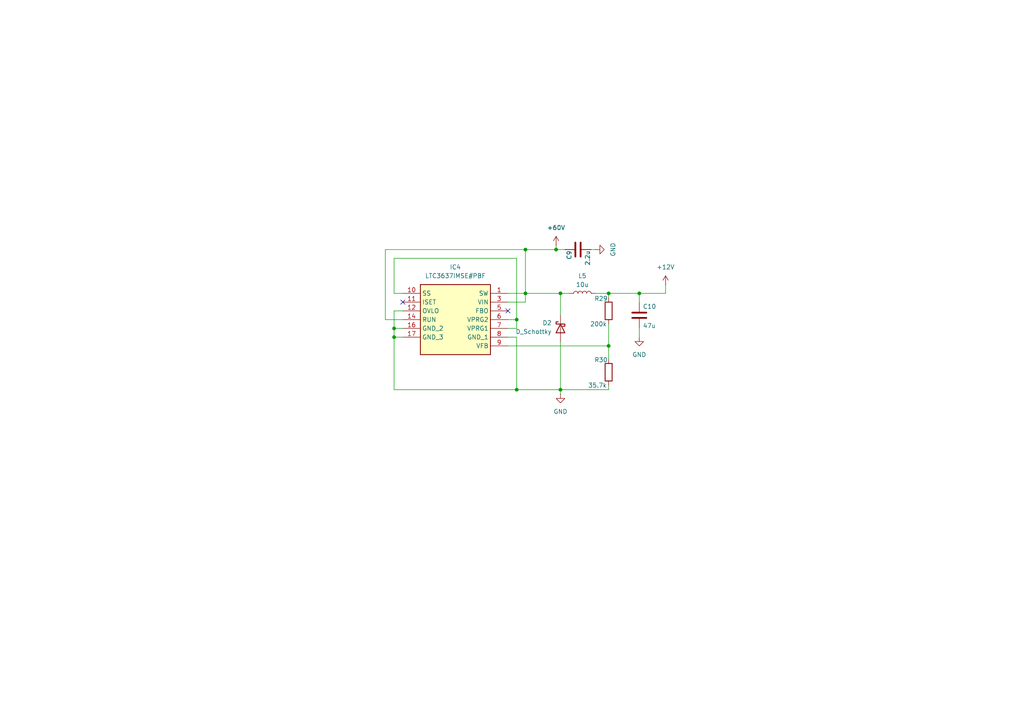
<source format=kicad_sch>
(kicad_sch (version 20231120) (generator "eeschema") (generator_version "8.0")
  (paper "A4")
  (lib_symbols
    (symbol "Device:C" (pin_numbers hide) (pin_names (offset 0.254))
      (property "Reference" "C" (at 0.635 2.54 0))
      (property "Value" "C" (at 0.635 -2.54 0))
      (symbol "C_0_1"
        (polyline (pts (xy -2.032 -0.762) (xy 2.032 -0.762)) (stroke (width 0.508)))
        (polyline (pts (xy -2.032 0.762) (xy 2.032 0.762)) (stroke (width 0.508)))
      )
      (symbol "C_1_1"
        (pin passive line (at 0 3.81 270) (length 2.794) (name "~") (number "1"))
        (pin passive line (at 0 -3.81 90) (length 2.794) (name "~") (number "2"))
      )
    )
    (symbol "Device:D_Schottky" (pin_numbers hide) (pin_names (offset 1.016) hide)
      (property "Reference" "D" (at 0 2.54 0))
      (property "Value" "D_Schottky" (at 0 -2.54 0))
      (symbol "D_Schottky_0_1"
        (polyline (pts (xy 1.27 0) (xy -1.27 0)))
        (polyline (pts (xy 1.27 1.27) (xy 1.27 -1.27) (xy -1.27 0) (xy 1.27 1.27)) (stroke (width 0.254)))
        (polyline (pts (xy -1.905 0.635) (xy -1.905 1.27) (xy -1.27 1.27) (xy -1.27 -1.27) (xy -0.635 -1.27) (xy -0.635 -0.635)) (stroke (width 0.254)))
      )
      (symbol "D_Schottky_1_1"
        (pin passive line (at -3.81 0 0) (length 2.54) (name "K") (number "1"))
        (pin passive line (at 3.81 0 180) (length 2.54) (name "A") (number "2"))
      )
    )
    (symbol "Device:L" (pin_numbers hide) (pin_names (offset 1.016) hide)
      (property "Reference" "L" (at -1.27 0 90))
      (property "Value" "L" (at 1.905 0 90))
      (symbol "L_0_1"
        (arc (start 0 -2.54) (mid 0.6323 -1.905) (end 0 -1.27))
        (arc (start 0 -1.27) (mid 0.6323 -0.635) (end 0 0))
        (arc (start 0 0) (mid 0.6323 0.635) (end 0 1.27))
        (arc (start 0 1.27) (mid 0.6323 1.905) (end 0 2.54))
      )
      (symbol "L_1_1"
        (pin passive line (at 0 3.81 270) (length 1.27) (name "1") (number "1"))
        (pin passive line (at 0 -3.81 90) (length 1.27) (name "2") (number "2"))
      )
    )
    (symbol "Device:R" (pin_numbers hide) (pin_names (offset 0))
      (property "Reference" "R" (at 2.032 0 90))
      (property "Value" "R" (at 0 0 90))
      (symbol "R_0_1"
        (rectangle (start -1.016 -2.54) (end 1.016 2.54) (stroke (width 0.254)))
      )
      (symbol "R_1_1"
        (pin passive line (at 0 3.81 270) (length 1.27) (name "~") (number "1"))
        (pin passive line (at 0 -3.81 90) (length 1.27) (name "~") (number "2"))
      )
    )
    (symbol "LTC3637IMSE#PBF:LTC3637IMSE#PBF"
      (property "Reference" "IC" (at 26.67 7.62 0))
      (property "Value" "LTC3637IMSE#PBF" (at 26.67 5.08 0))
      (symbol "LTC3637IMSE#PBF_1_1"
        (rectangle (start 5.08 2.54) (end 25.4 -17.78) (stroke (width 0.254)) (fill (type background)))
        (pin passive line (at 0 0 0) (length 5.08) (name "SW") (number "1"))
        (pin passive line (at 30.48 0 180) (length 5.08) (name "SS") (number "10"))
        (pin passive line (at 30.48 -2.54 180) (length 5.08) (name "ISET") (number "11"))
        (pin passive line (at 30.48 -5.08 180) (length 5.08) (name "OVLO") (number "12"))
        (pin passive line (at 30.48 -7.62 180) (length 5.08) (name "RUN") (number "14"))
        (pin passive line (at 30.48 -10.16 180) (length 5.08) (name "GND_2") (number "16"))
        (pin passive line (at 30.48 -12.7 180) (length 5.08) (name "GND_3") (number "17"))
        (pin passive line (at 0 -2.54 0) (length 5.08) (name "VIN") (number "3"))
        (pin passive line (at 0 -5.08 0) (length 5.08) (name "FBO") (number "5"))
        (pin passive line (at 0 -7.62 0) (length 5.08) (name "VPRG2") (number "6"))
        (pin passive line (at 0 -10.16 0) (length 5.08) (name "VPRG1") (number "7"))
        (pin passive line (at 0 -12.7 0) (length 5.08) (name "GND_1") (number "8"))
        (pin passive line (at 0 -15.24 0) (length 5.08) (name "VFB") (number "9"))
      )
    )
    (symbol "power:+12V" (power) (pin_numbers hide) (pin_names (offset 0) hide)
      (property "Value" "+12V" (at 0 3.556 0))
      (symbol "+12V_0_1"
        (polyline (pts (xy -0.762 1.27) (xy 0 2.54)))
        (polyline (pts (xy 0 0) (xy 0 2.54)))
        (polyline (pts (xy 0 2.54) (xy 0.762 1.27)))
      )
      (symbol "+12V_1_1"
        (pin power_in line (at 0 0 90) (length 0) (name "~") (number "1"))
      )
    )
    (symbol "power:+48V" (power) (pin_numbers hide) (pin_names (offset 0) hide)
      (property "Value" "+48V" (at 0 3.556 0))
      (symbol "+48V_0_1"
        (polyline (pts (xy -0.762 1.27) (xy 0 2.54)))
        (polyline (pts (xy 0 0) (xy 0 2.54)))
        (polyline (pts (xy 0 2.54) (xy 0.762 1.27)))
      )
      (symbol "+48V_1_1"
        (pin power_in line (at 0 0 90) (length 0) (name "~") (number "1"))
      )
    )
    (symbol "power:GND" (power) (pin_numbers hide) (pin_names (offset 0) hide)
      (property "Value" "GND" (at 0 -3.81 0))
      (symbol "GND_0_1"
        (polyline (pts (xy 0 0) (xy 0 -1.27) (xy 1.27 -1.27) (xy 0 -2.54) (xy -1.27 -1.27) (xy 0 -1.27)))
      )
      (symbol "GND_1_1"
        (pin power_in line (at 0 0 270) (length 0) (name "~") (number "1"))
      )
    )
  )
  (junction (at 149.86 92.71))
  (junction (at 149.86 113.03))
  (junction (at 114.3 95.25))
  (junction (at 114.3 97.79))
  (junction (at 162.56 113.03))
  (junction (at 152.4 72.39))
  (junction (at 162.56 85.09))
  (junction (at 176.53 100.33))
  (junction (at 152.4 85.09))
  (junction (at 161.29 72.39))
  (junction (at 176.53 85.09))
  (junction (at 185.42 85.09))
  (no_connect (at 116.84 87.63))
  (no_connect (at 147.32 90.17))
  (wire (pts (xy 176.53 93.98) (xy 176.53 100.33)))
  (wire (pts (xy 111.76 92.71) (xy 111.76 72.39)))
  (wire (pts (xy 176.53 85.09) (xy 176.53 86.36)))
  (wire (pts (xy 152.4 85.09) (xy 147.32 85.09)))
  (wire (pts (xy 116.84 95.25) (xy 114.3 95.25)))
  (wire (pts (xy 185.42 85.09) (xy 185.42 87.63)))
  (wire (pts (xy 171.45 72.39) (xy 172.72 72.39)))
  (wire (pts (xy 161.29 72.39) (xy 152.4 72.39)))
  (wire (pts (xy 147.32 97.79) (xy 149.86 97.79)))
  (wire (pts (xy 114.3 90.17) (xy 116.84 90.17)))
  (wire (pts (xy 162.56 113.03) (xy 149.86 113.03)))
  (wire (pts (xy 116.84 92.71) (xy 111.76 92.71)))
  (wire (pts (xy 147.32 100.33) (xy 176.53 100.33)))
  (wire (pts (xy 162.56 85.09) (xy 162.56 91.44)))
  (wire (pts (xy 149.86 92.71) (xy 149.86 95.25)))
  (wire (pts (xy 152.4 85.09) (xy 152.4 87.63)))
  (wire (pts (xy 114.3 95.25) (xy 114.3 90.17)))
  (wire (pts (xy 149.86 74.93) (xy 149.86 92.71)))
  (wire (pts (xy 176.53 85.09) (xy 172.72 85.09)))
  (wire (pts (xy 165.1 85.09) (xy 162.56 85.09)))
  (wire (pts (xy 162.56 85.09) (xy 152.4 85.09)))
  (wire (pts (xy 114.3 85.09) (xy 114.3 74.93)))
  (wire (pts (xy 185.42 95.25) (xy 185.42 97.79)))
  (wire (pts (xy 193.04 82.55) (xy 193.04 85.09)))
  (wire (pts (xy 176.53 113.03) (xy 162.56 113.03)))
  (wire (pts (xy 149.86 97.79) (xy 149.86 113.03)))
  (wire (pts (xy 149.86 113.03) (xy 114.3 113.03)))
  (wire (pts (xy 114.3 97.79) (xy 114.3 95.25)))
  (wire (pts (xy 176.53 85.09) (xy 185.42 85.09)))
  (wire (pts (xy 111.76 72.39) (xy 152.4 72.39)))
  (wire (pts (xy 152.4 87.63) (xy 147.32 87.63)))
  (wire (pts (xy 162.56 99.06) (xy 162.56 113.03)))
  (wire (pts (xy 114.3 74.93) (xy 149.86 74.93)))
  (wire (pts (xy 163.83 72.39) (xy 161.29 72.39)))
  (wire (pts (xy 161.29 71.12) (xy 161.29 72.39)))
  (wire (pts (xy 162.56 113.03) (xy 162.56 114.3)))
  (wire (pts (xy 185.42 85.09) (xy 193.04 85.09)))
  (wire (pts (xy 176.53 100.33) (xy 176.53 104.14)))
  (wire (pts (xy 116.84 85.09) (xy 114.3 85.09)))
  (wire (pts (xy 116.84 97.79) (xy 114.3 97.79)))
  (wire (pts (xy 114.3 113.03) (xy 114.3 97.79)))
  (wire (pts (xy 149.86 92.71) (xy 147.32 92.71)))
  (wire (pts (xy 152.4 72.39) (xy 152.4 85.09)))
  (wire (pts (xy 176.53 111.76) (xy 176.53 113.03)))
  (wire (pts (xy 149.86 95.25) (xy 147.32 95.25)))
  (symbol (lib_id "power:GND") (at 172.72 72.39 90) (mirror x) (unit 1)
    (property "Reference" "#PWR081" (effects (hide yes)))
    (property "Value" "GND" (at 177.8 72.39 0))
    (property "Description" "Power symbol creates a global label with name \"GND\" , ground" (effects (hide yes)))
  )
  (symbol (lib_id "Device:R") (at 176.53 107.95 0) (mirror y) (unit 1)
    (property "Reference" "R30" (at 176.276 104.394 0) (effects (justify left)))
    (property "Value" "35.7k" (at 176.022 111.76 0) (effects (justify left)))
    (property "Description" "Resistor" (effects (hide yes)))
  )
  (symbol (lib_id "power:+48V") (at 161.29 71.12 0) (unit 1)
    (property "Reference" "#PWR025" (effects (hide yes)))
    (property "Value" "+60V" (at 161.29 66.04 0))
    (property "Description" "Power symbol creates a global label with name \"+48V\"" (effects (hide yes)))
  )
  (symbol (lib_id "Device:C") (at 185.42 91.44 0) (unit 1)
    (property "Reference" "C10" (at 186.436 88.9 0) (effects (justify left)))
    (property "Value" "47u" (at 186.436 94.488 0) (effects (justify left)))
    (property "Description" "Unpolarized capacitor" (effects (hide yes)))
  )
  (symbol (lib_id "power:GND") (at 185.42 97.79 0) (unit 1)
    (property "Reference" "#PWR082" (effects (hide yes)))
    (property "Value" "GND" (at 185.42 102.87 0))
    (property "Description" "Power symbol creates a global label with name \"GND\" , ground" (effects (hide yes)))
  )
  (symbol (lib_id "Device:L") (at 168.91 85.09 270) (mirror x) (unit 1)
    (property "Reference" "L5" (at 168.91 80.01 90))
    (property "Value" "10u" (at 168.91 82.55 90))
    (property "Description" "Inductor" (effects (hide yes)))
  )
  (symbol (lib_id "LTC3637IMSE#PBF:LTC3637IMSE#PBF") (at 147.32 85.09 0) (mirror y) (unit 1)
    (property "Reference" "IC4" (at 132.08 77.47 0))
    (property "Value" "LTC3637IMSE#PBF" (at 132.08 80.01 0))
    (property "Footprint" "LTC3637IMSEPBF" (effects (hide yes)))
    (property "Datasheet" "https://www.analog.com/LTC3637/datasheet" (effects (hide yes)))
    (property "Description" "Buck Switching Regulator IC Positive Adjustable 0.8V 1 Output 1A 16-TFSOP (0.118\", 3.00mm Width), 12 Leads, Exposed Pad" (effects (hide yes)))
    (property "Height" "1.1" (effects (hide yes)))
    (property "Manufacturer_Name" "Analog Devices" (effects (hide yes)))
    (property "Manufacturer_Part_Number" "LTC3637IMSE#PBF" (effects (hide yes)))
    (property "Mouser Part Number" "584-LTC3637IMSE#PBF" (effects (hide yes)))
    (property "Mouser Price/Stock" "https://www.mouser.co.uk/ProductDetail/Analog-Devices/LTC3637IMSEPBF?qs=hVkxg5c3xu8boP1mRjX3eQ%3D%3D" (effects (hide yes)))
    (property "Arrow Part Number" "LTC3637IMSE#PBF" (effects (hide yes)))
    (property "Arrow Price/Stock" "https://www.arrow.com/en/products/ltc3637imsepbf/analog-devices" (effects (hide yes)))
  )
  (symbol (lib_id "Device:C") (at 167.64 72.39 90) (mirror x) (unit 1)
    (property "Reference" "C9" (at 165.1 72.644 0) (effects (justify left)))
    (property "Value" "2.2u" (at 170.434 72.644 0) (effects (justify left)))
    (property "Description" "Unpolarized capacitor" (effects (hide yes)))
  )
  (symbol (lib_id "power:+12V") (at 193.04 82.55 0) (unit 1)
    (property "Reference" "#PWR083" (effects (hide yes)))
    (property "Value" "+12V" (at 193.04 77.47 0))
    (property "Description" "Power symbol creates a global label with name \"+12V\"" (effects (hide yes)))
  )
  (symbol (lib_id "Device:R") (at 176.53 90.17 0) (mirror y) (unit 1)
    (property "Reference" "R29" (at 176.276 86.614 0) (effects (justify left)))
    (property "Value" "200k" (at 176.022 93.98 0) (effects (justify left)))
    (property "Description" "Resistor" (effects (hide yes)))
  )
  (symbol (lib_id "Device:D_Schottky") (at 162.56 95.25 90) (mirror x) (unit 1)
    (property "Reference" "D2" (at 160.02 93.6624 90) (effects (justify left)))
    (property "Value" "D_Schottky" (at 160.02 96.2024 90) (effects (justify left)))
    (property "Description" "Schottky diode" (effects (hide yes)))
  )
  (symbol (lib_id "power:GND") (at 162.56 114.3 0) (mirror y) (unit 1)
    (property "Reference" "#PWR080" (effects (hide yes)))
    (property "Value" "GND" (at 162.56 119.38 0))
    (property "Description" "Power symbol creates a global label with name \"GND\" , ground" (effects (hide yes)))
  )
)
</source>
